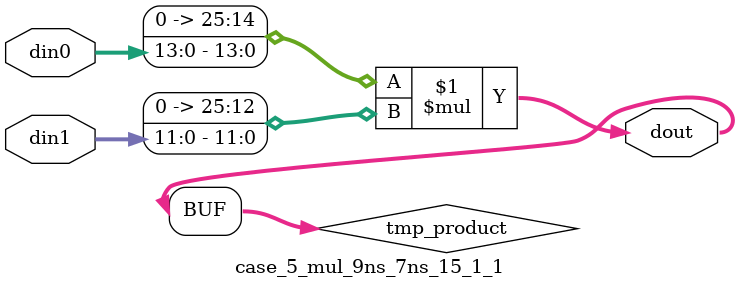
<source format=v>

`timescale 1 ns / 1 ps

 (* use_dsp = "no" *)  module case_5_mul_9ns_7ns_15_1_1(din0, din1, dout);
parameter ID = 1;
parameter NUM_STAGE = 0;
parameter din0_WIDTH = 14;
parameter din1_WIDTH = 12;
parameter dout_WIDTH = 26;

input [din0_WIDTH - 1 : 0] din0; 
input [din1_WIDTH - 1 : 0] din1; 
output [dout_WIDTH - 1 : 0] dout;

wire signed [dout_WIDTH - 1 : 0] tmp_product;
























assign tmp_product = $signed({1'b0, din0}) * $signed({1'b0, din1});











assign dout = tmp_product;





















endmodule

</source>
